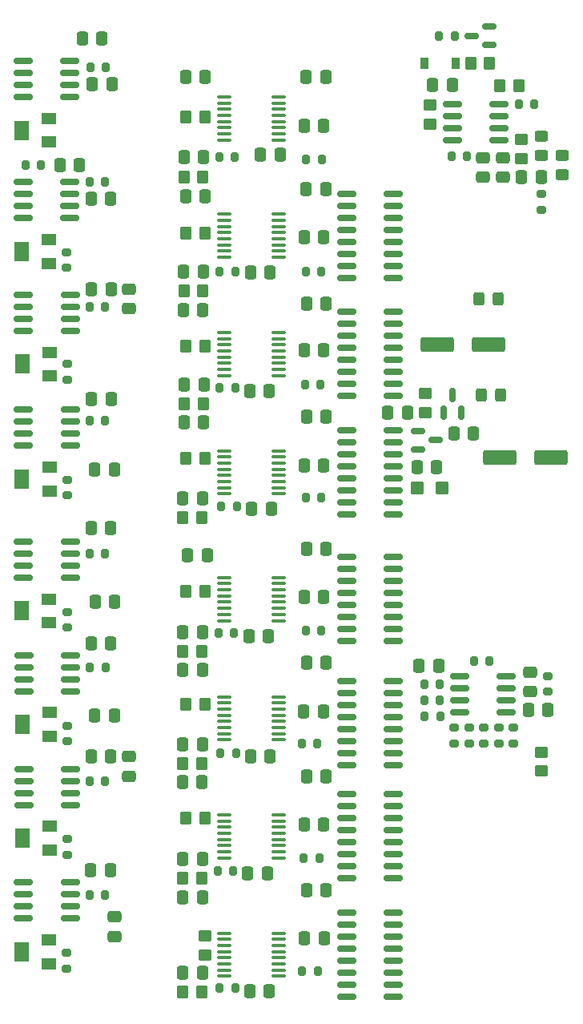
<source format=gbr>
%TF.GenerationSoftware,KiCad,Pcbnew,(6.0.1)*%
%TF.CreationDate,2023-02-18T17:41:42-08:00*%
%TF.ProjectId,pipes,70697065-732e-46b6-9963-61645f706362,rev?*%
%TF.SameCoordinates,Original*%
%TF.FileFunction,Paste,Bot*%
%TF.FilePolarity,Positive*%
%FSLAX46Y46*%
G04 Gerber Fmt 4.6, Leading zero omitted, Abs format (unit mm)*
G04 Created by KiCad (PCBNEW (6.0.1)) date 2023-02-18 17:41:42*
%MOMM*%
%LPD*%
G01*
G04 APERTURE LIST*
G04 Aperture macros list*
%AMRoundRect*
0 Rectangle with rounded corners*
0 $1 Rounding radius*
0 $2 $3 $4 $5 $6 $7 $8 $9 X,Y pos of 4 corners*
0 Add a 4 corners polygon primitive as box body*
4,1,4,$2,$3,$4,$5,$6,$7,$8,$9,$2,$3,0*
0 Add four circle primitives for the rounded corners*
1,1,$1+$1,$2,$3*
1,1,$1+$1,$4,$5*
1,1,$1+$1,$6,$7*
1,1,$1+$1,$8,$9*
0 Add four rect primitives between the rounded corners*
20,1,$1+$1,$2,$3,$4,$5,0*
20,1,$1+$1,$4,$5,$6,$7,0*
20,1,$1+$1,$6,$7,$8,$9,0*
20,1,$1+$1,$8,$9,$2,$3,0*%
G04 Aperture macros list end*
%ADD10R,1.600000X1.300000*%
%ADD11R,1.600000X2.000000*%
%ADD12RoundRect,0.200000X-0.275000X0.200000X-0.275000X-0.200000X0.275000X-0.200000X0.275000X0.200000X0*%
%ADD13RoundRect,0.200000X0.200000X0.275000X-0.200000X0.275000X-0.200000X-0.275000X0.200000X-0.275000X0*%
%ADD14RoundRect,0.100000X0.637500X0.100000X-0.637500X0.100000X-0.637500X-0.100000X0.637500X-0.100000X0*%
%ADD15R,0.900000X1.200000*%
%ADD16RoundRect,0.150000X-0.587500X-0.150000X0.587500X-0.150000X0.587500X0.150000X-0.587500X0.150000X0*%
%ADD17RoundRect,0.250000X0.350000X0.450000X-0.350000X0.450000X-0.350000X-0.450000X0.350000X-0.450000X0*%
%ADD18RoundRect,0.150000X0.587500X0.150000X-0.587500X0.150000X-0.587500X-0.150000X0.587500X-0.150000X0*%
%ADD19RoundRect,0.250000X0.337500X0.475000X-0.337500X0.475000X-0.337500X-0.475000X0.337500X-0.475000X0*%
%ADD20RoundRect,0.250000X-0.337500X-0.475000X0.337500X-0.475000X0.337500X0.475000X-0.337500X0.475000X0*%
%ADD21RoundRect,0.200000X-0.200000X-0.275000X0.200000X-0.275000X0.200000X0.275000X-0.200000X0.275000X0*%
%ADD22RoundRect,0.250000X-0.450000X-0.425000X0.450000X-0.425000X0.450000X0.425000X-0.450000X0.425000X0*%
%ADD23RoundRect,0.250000X-0.450000X0.350000X-0.450000X-0.350000X0.450000X-0.350000X0.450000X0.350000X0*%
%ADD24RoundRect,0.150000X0.825000X0.150000X-0.825000X0.150000X-0.825000X-0.150000X0.825000X-0.150000X0*%
%ADD25RoundRect,0.250000X-1.500000X-0.550000X1.500000X-0.550000X1.500000X0.550000X-1.500000X0.550000X0*%
%ADD26RoundRect,0.150000X0.150000X-0.587500X0.150000X0.587500X-0.150000X0.587500X-0.150000X-0.587500X0*%
%ADD27RoundRect,0.250000X-0.475000X0.337500X-0.475000X-0.337500X0.475000X-0.337500X0.475000X0.337500X0*%
%ADD28RoundRect,0.250000X0.450000X-0.350000X0.450000X0.350000X-0.450000X0.350000X-0.450000X-0.350000X0*%
%ADD29RoundRect,0.250000X0.475000X-0.337500X0.475000X0.337500X-0.475000X0.337500X-0.475000X-0.337500X0*%
%ADD30RoundRect,0.200000X0.275000X-0.200000X0.275000X0.200000X-0.275000X0.200000X-0.275000X-0.200000X0*%
%ADD31RoundRect,0.250000X-0.450000X0.325000X-0.450000X-0.325000X0.450000X-0.325000X0.450000X0.325000X0*%
%ADD32RoundRect,0.250000X0.325000X0.450000X-0.325000X0.450000X-0.325000X-0.450000X0.325000X-0.450000X0*%
%ADD33RoundRect,0.250000X-0.350000X-0.450000X0.350000X-0.450000X0.350000X0.450000X-0.350000X0.450000X0*%
%ADD34RoundRect,0.250000X-0.325000X-0.450000X0.325000X-0.450000X0.325000X0.450000X-0.325000X0.450000X0*%
G04 APERTURE END LIST*
D10*
%TO.C,RV9*%
X44170000Y-103390000D03*
D11*
X41270000Y-104640000D03*
D10*
X44170000Y-105890000D03*
%TD*%
%TO.C,RV8*%
X44160000Y-139420000D03*
D11*
X41260000Y-140670000D03*
D10*
X44160000Y-141920000D03*
%TD*%
%TO.C,RV7*%
X44150000Y-65430000D03*
D11*
X41250000Y-66680000D03*
D10*
X44150000Y-67930000D03*
%TD*%
%TO.C,RV6*%
X44180000Y-89460000D03*
D11*
X41280000Y-90710000D03*
D10*
X44180000Y-91960000D03*
%TD*%
%TO.C,RV5*%
X44210000Y-127420000D03*
D11*
X41310000Y-128670000D03*
D10*
X44210000Y-129920000D03*
%TD*%
%TO.C,RV4*%
X44140000Y-52610000D03*
D11*
X41240000Y-53860000D03*
D10*
X44140000Y-55110000D03*
%TD*%
%TO.C,RV3*%
X44210000Y-77320000D03*
D11*
X41310000Y-78570000D03*
D10*
X44210000Y-79820000D03*
%TD*%
%TO.C,RV2*%
X44220000Y-115400000D03*
D11*
X41320000Y-116650000D03*
D10*
X44220000Y-117900000D03*
%TD*%
D12*
%TO.C,R67*%
X46050000Y-104775000D03*
X46050000Y-106425000D03*
%TD*%
%TO.C,R66*%
X46000000Y-140775000D03*
X46000000Y-142425000D03*
%TD*%
%TO.C,R61*%
X45974000Y-66739000D03*
X45974000Y-68389000D03*
%TD*%
%TO.C,R60*%
X46050000Y-90775000D03*
X46050000Y-92425000D03*
%TD*%
%TO.C,R59*%
X46050000Y-128775000D03*
X46050000Y-130425000D03*
%TD*%
D13*
%TO.C,R52*%
X43315000Y-57520000D03*
X41665000Y-57520000D03*
%TD*%
D12*
%TO.C,R51*%
X46060000Y-78575000D03*
X46060000Y-80225000D03*
%TD*%
%TO.C,R50*%
X46100000Y-116775000D03*
X46100000Y-118425000D03*
%TD*%
D13*
%TO.C,R39*%
X63725000Y-107000000D03*
X62075000Y-107000000D03*
%TD*%
%TO.C,R38*%
X63825000Y-144500000D03*
X62175000Y-144500000D03*
%TD*%
%TO.C,R31*%
X63625000Y-132100000D03*
X61975000Y-132100000D03*
%TD*%
%TO.C,R30*%
X63835000Y-68770000D03*
X62185000Y-68770000D03*
%TD*%
%TO.C,R29*%
X64025000Y-93600000D03*
X62375000Y-93600000D03*
%TD*%
%TO.C,R22*%
X63795000Y-56710000D03*
X62145000Y-56710000D03*
%TD*%
%TO.C,R21*%
X62175000Y-81100000D03*
X63825000Y-81100000D03*
%TD*%
%TO.C,R20*%
X63925000Y-119700000D03*
X62275000Y-119700000D03*
%TD*%
D14*
%TO.C,U17*%
X68422500Y-101125000D03*
X68422500Y-101775000D03*
X68422500Y-102425000D03*
X68422500Y-103075000D03*
X68422500Y-103725000D03*
X68422500Y-104375000D03*
X68422500Y-105025000D03*
X68422500Y-105675000D03*
X62697500Y-105675000D03*
X62697500Y-105025000D03*
X62697500Y-104375000D03*
X62697500Y-103725000D03*
X62697500Y-103075000D03*
X62697500Y-102425000D03*
X62697500Y-101775000D03*
X62697500Y-101125000D03*
%TD*%
%TO.C,U16*%
X68422500Y-138705000D03*
X68422500Y-139355000D03*
X68422500Y-140005000D03*
X68422500Y-140655000D03*
X68422500Y-141305000D03*
X68422500Y-141955000D03*
X68422500Y-142605000D03*
X68422500Y-143255000D03*
X62697500Y-143255000D03*
X62697500Y-142605000D03*
X62697500Y-141955000D03*
X62697500Y-141305000D03*
X62697500Y-140655000D03*
X62697500Y-140005000D03*
X62697500Y-139355000D03*
X62697500Y-138705000D03*
%TD*%
%TO.C,U12*%
X68422500Y-126205000D03*
X68422500Y-126855000D03*
X68422500Y-127505000D03*
X68422500Y-128155000D03*
X68422500Y-128805000D03*
X68422500Y-129455000D03*
X68422500Y-130105000D03*
X68422500Y-130755000D03*
X62697500Y-130755000D03*
X62697500Y-130105000D03*
X62697500Y-129455000D03*
X62697500Y-128805000D03*
X62697500Y-128155000D03*
X62697500Y-127505000D03*
X62697500Y-126855000D03*
X62697500Y-126205000D03*
%TD*%
%TO.C,U11*%
X68422500Y-62725000D03*
X68422500Y-63375000D03*
X68422500Y-64025000D03*
X68422500Y-64675000D03*
X68422500Y-65325000D03*
X68422500Y-65975000D03*
X68422500Y-66625000D03*
X68422500Y-67275000D03*
X62697500Y-67275000D03*
X62697500Y-66625000D03*
X62697500Y-65975000D03*
X62697500Y-65325000D03*
X62697500Y-64675000D03*
X62697500Y-64025000D03*
X62697500Y-63375000D03*
X62697500Y-62725000D03*
%TD*%
%TO.C,U10*%
X68422500Y-87725000D03*
X68422500Y-88375000D03*
X68422500Y-89025000D03*
X68422500Y-89675000D03*
X68422500Y-90325000D03*
X68422500Y-90975000D03*
X68422500Y-91625000D03*
X68422500Y-92275000D03*
X62697500Y-92275000D03*
X62697500Y-91625000D03*
X62697500Y-90975000D03*
X62697500Y-90325000D03*
X62697500Y-89675000D03*
X62697500Y-89025000D03*
X62697500Y-88375000D03*
X62697500Y-87725000D03*
%TD*%
%TO.C,U6*%
X68422500Y-50345000D03*
X68422500Y-50995000D03*
X68422500Y-51645000D03*
X68422500Y-52295000D03*
X68422500Y-52945000D03*
X68422500Y-53595000D03*
X68422500Y-54245000D03*
X68422500Y-54895000D03*
X62697500Y-54895000D03*
X62697500Y-54245000D03*
X62697500Y-53595000D03*
X62697500Y-52945000D03*
X62697500Y-52295000D03*
X62697500Y-51645000D03*
X62697500Y-50995000D03*
X62697500Y-50345000D03*
%TD*%
%TO.C,U5*%
X68422500Y-75225000D03*
X68422500Y-75875000D03*
X68422500Y-76525000D03*
X68422500Y-77175000D03*
X68422500Y-77825000D03*
X68422500Y-78475000D03*
X68422500Y-79125000D03*
X68422500Y-79775000D03*
X62697500Y-79775000D03*
X62697500Y-79125000D03*
X62697500Y-78475000D03*
X62697500Y-77825000D03*
X62697500Y-77175000D03*
X62697500Y-76525000D03*
X62697500Y-75875000D03*
X62697500Y-75225000D03*
%TD*%
%TO.C,U4*%
X68422500Y-113725000D03*
X68422500Y-114375000D03*
X68422500Y-115025000D03*
X68422500Y-115675000D03*
X68422500Y-116325000D03*
X68422500Y-116975000D03*
X68422500Y-117625000D03*
X68422500Y-118275000D03*
X62697500Y-118275000D03*
X62697500Y-117625000D03*
X62697500Y-116975000D03*
X62697500Y-116325000D03*
X62697500Y-115675000D03*
X62697500Y-115025000D03*
X62697500Y-114375000D03*
X62697500Y-113725000D03*
%TD*%
D15*
%TO.C,D5*%
X87137500Y-46780000D03*
X83837500Y-46780000D03*
%TD*%
D16*
%TO.C,U3*%
X83132500Y-87560000D03*
X83132500Y-85660000D03*
X85007500Y-86610000D03*
%TD*%
D17*
%TO.C,R36*%
X60650000Y-126550000D03*
X58650000Y-126550000D03*
%TD*%
D18*
%TO.C,Q2*%
X90737500Y-42930000D03*
X90737500Y-44830000D03*
X88862500Y-43880000D03*
%TD*%
D19*
%TO.C,C8*%
X85347500Y-110490000D03*
X83272500Y-110490000D03*
%TD*%
D20*
%TO.C,C28*%
X65262500Y-107300000D03*
X67337500Y-107300000D03*
%TD*%
D19*
%TO.C,C9*%
X96917500Y-115120000D03*
X94842500Y-115120000D03*
%TD*%
D21*
%TO.C,R63*%
X48425000Y-134650000D03*
X50075000Y-134650000D03*
%TD*%
D12*
%TO.C,R14*%
X88570000Y-117005000D03*
X88570000Y-118655000D03*
%TD*%
D19*
%TO.C,C40*%
X60387500Y-110900000D03*
X58312500Y-110900000D03*
%TD*%
D21*
%TO.C,R47*%
X48445000Y-72520000D03*
X50095000Y-72520000D03*
%TD*%
D17*
%TO.C,R32*%
X60650000Y-88550000D03*
X58650000Y-88550000D03*
%TD*%
D19*
%TO.C,C57*%
X50697500Y-61060000D03*
X48622500Y-61060000D03*
%TD*%
D20*
%TO.C,C64*%
X48612500Y-108120000D03*
X50687500Y-108120000D03*
%TD*%
D12*
%TO.C,R13*%
X86990000Y-117005000D03*
X86990000Y-118655000D03*
%TD*%
D20*
%TO.C,C52*%
X71150000Y-139250000D03*
X73225000Y-139250000D03*
%TD*%
D19*
%TO.C,C36*%
X73467500Y-84140000D03*
X71392500Y-84140000D03*
%TD*%
D17*
%TO.C,R28*%
X60420000Y-58770000D03*
X58420000Y-58770000D03*
%TD*%
D22*
%TO.C,C12*%
X83050000Y-91620000D03*
X85750000Y-91620000D03*
%TD*%
D20*
%TO.C,C27*%
X65362500Y-144800000D03*
X67437500Y-144800000D03*
%TD*%
%TO.C,C10*%
X83042500Y-89460000D03*
X85117500Y-89460000D03*
%TD*%
%TO.C,C54*%
X47652500Y-44170000D03*
X49727500Y-44170000D03*
%TD*%
D19*
%TO.C,C1*%
X82037500Y-83730000D03*
X79962500Y-83730000D03*
%TD*%
D23*
%TO.C,R7*%
X84480000Y-51200000D03*
X84480000Y-53200000D03*
%TD*%
D21*
%TO.C,R65*%
X48455000Y-98580000D03*
X50105000Y-98580000D03*
%TD*%
D19*
%TO.C,C41*%
X60337500Y-122750000D03*
X58262500Y-122750000D03*
%TD*%
D24*
%TO.C,U19*%
X80585000Y-98955000D03*
X80585000Y-100225000D03*
X80585000Y-101495000D03*
X80585000Y-102765000D03*
X80585000Y-104035000D03*
X80585000Y-105305000D03*
X80585000Y-106575000D03*
X80585000Y-107845000D03*
X75635000Y-107845000D03*
X75635000Y-106575000D03*
X75635000Y-105305000D03*
X75635000Y-104035000D03*
X75635000Y-102765000D03*
X75635000Y-101495000D03*
X75635000Y-100225000D03*
X75635000Y-98955000D03*
%TD*%
D19*
%TO.C,C23*%
X60387500Y-92800000D03*
X58312500Y-92800000D03*
%TD*%
D25*
%TO.C,C3*%
X91820000Y-88430000D03*
X97220000Y-88430000D03*
%TD*%
D17*
%TO.C,R43*%
X60300000Y-108900000D03*
X58300000Y-108900000D03*
%TD*%
D19*
%TO.C,C42*%
X73447500Y-110140000D03*
X71372500Y-110140000D03*
%TD*%
D20*
%TO.C,C56*%
X45292500Y-57530000D03*
X47367500Y-57530000D03*
%TD*%
D19*
%TO.C,C26*%
X60657500Y-48230000D03*
X58582500Y-48230000D03*
%TD*%
%TO.C,C61*%
X51070000Y-89700000D03*
X48995000Y-89700000D03*
%TD*%
D20*
%TO.C,C15*%
X65362500Y-81400000D03*
X67437500Y-81400000D03*
%TD*%
D21*
%TO.C,R46*%
X71225000Y-80750000D03*
X72875000Y-80750000D03*
%TD*%
D17*
%TO.C,R41*%
X60300000Y-144950000D03*
X58300000Y-144950000D03*
%TD*%
D20*
%TO.C,C20*%
X65562500Y-93900000D03*
X67637500Y-93900000D03*
%TD*%
D26*
%TO.C,Q1*%
X87740000Y-83687500D03*
X85840000Y-83687500D03*
X86790000Y-81812500D03*
%TD*%
D23*
%TO.C,R19*%
X96220000Y-119560000D03*
X96220000Y-121560000D03*
%TD*%
D27*
%TO.C,C59*%
X52600000Y-70635000D03*
X52600000Y-72710000D03*
%TD*%
D19*
%TO.C,C31*%
X60407500Y-72890000D03*
X58332500Y-72890000D03*
%TD*%
%TO.C,C55*%
X50807500Y-48980000D03*
X48732500Y-48980000D03*
%TD*%
D20*
%TO.C,C48*%
X71122500Y-53380000D03*
X73197500Y-53380000D03*
%TD*%
D21*
%TO.C,R53*%
X71075000Y-130750000D03*
X72725000Y-130750000D03*
%TD*%
D28*
%TO.C,R1*%
X83930000Y-83670000D03*
X83930000Y-81670000D03*
%TD*%
D24*
%TO.C,U31*%
X46375000Y-59355000D03*
X46375000Y-60625000D03*
X46375000Y-61895000D03*
X46375000Y-63165000D03*
X41425000Y-63165000D03*
X41425000Y-61895000D03*
X41425000Y-60625000D03*
X41425000Y-59355000D03*
%TD*%
D21*
%TO.C,R45*%
X48475000Y-110600000D03*
X50125000Y-110600000D03*
%TD*%
D12*
%TO.C,R2*%
X96220000Y-60595000D03*
X96220000Y-62245000D03*
%TD*%
D13*
%TO.C,R12*%
X85505000Y-115750000D03*
X83855000Y-115750000D03*
%TD*%
D17*
%TO.C,R26*%
X60450000Y-82750000D03*
X58450000Y-82750000D03*
%TD*%
D20*
%TO.C,C14*%
X65462500Y-120000000D03*
X67537500Y-120000000D03*
%TD*%
D24*
%TO.C,U13*%
X80585000Y-85555000D03*
X80585000Y-86825000D03*
X80585000Y-88095000D03*
X80585000Y-89365000D03*
X80585000Y-90635000D03*
X80585000Y-91905000D03*
X80585000Y-93175000D03*
X80585000Y-94445000D03*
X75635000Y-94445000D03*
X75635000Y-93175000D03*
X75635000Y-91905000D03*
X75635000Y-90635000D03*
X75635000Y-89365000D03*
X75635000Y-88095000D03*
X75635000Y-86825000D03*
X75635000Y-85555000D03*
%TD*%
D21*
%TO.C,R49*%
X48535000Y-47210000D03*
X50185000Y-47210000D03*
%TD*%
D24*
%TO.C,U30*%
X46405000Y-83335000D03*
X46405000Y-84605000D03*
X46405000Y-85875000D03*
X46405000Y-87145000D03*
X41455000Y-87145000D03*
X41455000Y-85875000D03*
X41455000Y-84605000D03*
X41455000Y-83335000D03*
%TD*%
D28*
%TO.C,R3*%
X94110000Y-56840000D03*
X94110000Y-54840000D03*
%TD*%
D19*
%TO.C,C44*%
X60387500Y-134900000D03*
X58312500Y-134900000D03*
%TD*%
D20*
%TO.C,C62*%
X48592500Y-95870000D03*
X50667500Y-95870000D03*
%TD*%
D21*
%TO.C,R62*%
X70925000Y-142750000D03*
X72575000Y-142750000D03*
%TD*%
D23*
%TO.C,R40*%
X60650000Y-139000000D03*
X60650000Y-141000000D03*
%TD*%
D17*
%TO.C,R34*%
X60650000Y-64700000D03*
X58650000Y-64700000D03*
%TD*%
D21*
%TO.C,R44*%
X70875000Y-118700000D03*
X72525000Y-118700000D03*
%TD*%
D17*
%TO.C,R8*%
X90730000Y-46800000D03*
X88730000Y-46800000D03*
%TD*%
D24*
%TO.C,U18*%
X80585000Y-136535000D03*
X80585000Y-137805000D03*
X80585000Y-139075000D03*
X80585000Y-140345000D03*
X80585000Y-141615000D03*
X80585000Y-142885000D03*
X80585000Y-144155000D03*
X80585000Y-145425000D03*
X75635000Y-145425000D03*
X75635000Y-144155000D03*
X75635000Y-142885000D03*
X75635000Y-141615000D03*
X75635000Y-140345000D03*
X75635000Y-139075000D03*
X75635000Y-137805000D03*
X75635000Y-136535000D03*
%TD*%
D17*
%TO.C,R27*%
X60650000Y-52500000D03*
X58650000Y-52500000D03*
%TD*%
D20*
%TO.C,C58*%
X48642500Y-70680000D03*
X50717500Y-70680000D03*
%TD*%
D29*
%TO.C,C7*%
X90060000Y-58827500D03*
X90060000Y-56752500D03*
%TD*%
D19*
%TO.C,C65*%
X51057500Y-115710000D03*
X48982500Y-115710000D03*
%TD*%
D20*
%TO.C,C60*%
X48662500Y-82240000D03*
X50737500Y-82240000D03*
%TD*%
D27*
%TO.C,C11*%
X92110000Y-56742500D03*
X92110000Y-58817500D03*
%TD*%
D19*
%TO.C,C6*%
X86780000Y-49110000D03*
X84705000Y-49110000D03*
%TD*%
D21*
%TO.C,R18*%
X89095000Y-109930000D03*
X90745000Y-109930000D03*
%TD*%
D19*
%TO.C,C25*%
X60387500Y-130900000D03*
X58312500Y-130900000D03*
%TD*%
%TO.C,C63*%
X51087500Y-103710000D03*
X49012500Y-103710000D03*
%TD*%
%TO.C,C29*%
X73407500Y-48190000D03*
X71332500Y-48190000D03*
%TD*%
D21*
%TO.C,R55*%
X71275000Y-92700000D03*
X72925000Y-92700000D03*
%TD*%
D24*
%TO.C,U14*%
X80585000Y-124035000D03*
X80585000Y-125305000D03*
X80585000Y-126575000D03*
X80585000Y-127845000D03*
X80585000Y-129115000D03*
X80585000Y-130385000D03*
X80585000Y-131655000D03*
X80585000Y-132925000D03*
X75635000Y-132925000D03*
X75635000Y-131655000D03*
X75635000Y-130385000D03*
X75635000Y-129115000D03*
X75635000Y-127845000D03*
X75635000Y-126575000D03*
X75635000Y-125305000D03*
X75635000Y-124035000D03*
%TD*%
D20*
%TO.C,C50*%
X71112500Y-89250000D03*
X73187500Y-89250000D03*
%TD*%
%TO.C,C18*%
X58462500Y-80750000D03*
X60537500Y-80750000D03*
%TD*%
%TO.C,C49*%
X71112500Y-127250000D03*
X73187500Y-127250000D03*
%TD*%
D21*
%TO.C,R48*%
X71355000Y-56910000D03*
X73005000Y-56910000D03*
%TD*%
D19*
%TO.C,C38*%
X60387500Y-106900000D03*
X58312500Y-106900000D03*
%TD*%
D24*
%TO.C,U1*%
X91725000Y-51105000D03*
X91725000Y-52375000D03*
X91725000Y-53645000D03*
X91725000Y-54915000D03*
X86775000Y-54915000D03*
X86775000Y-53645000D03*
X86775000Y-52375000D03*
X86775000Y-51105000D03*
%TD*%
D19*
%TO.C,C33*%
X60487500Y-84750000D03*
X58412500Y-84750000D03*
%TD*%
D20*
%TO.C,C66*%
X48592500Y-120050000D03*
X50667500Y-120050000D03*
%TD*%
%TO.C,C19*%
X58412500Y-56720000D03*
X60487500Y-56720000D03*
%TD*%
D21*
%TO.C,R54*%
X48425000Y-122650000D03*
X50075000Y-122650000D03*
%TD*%
D19*
%TO.C,C45*%
X73457500Y-134130000D03*
X71382500Y-134130000D03*
%TD*%
D20*
%TO.C,C21*%
X65442500Y-68860000D03*
X67517500Y-68860000D03*
%TD*%
D21*
%TO.C,R57*%
X71275000Y-68800000D03*
X72925000Y-68800000D03*
%TD*%
D20*
%TO.C,C51*%
X71122500Y-65140000D03*
X73197500Y-65140000D03*
%TD*%
D19*
%TO.C,C34*%
X73467500Y-72160000D03*
X71392500Y-72160000D03*
%TD*%
D20*
%TO.C,C22*%
X65162500Y-132400000D03*
X67237500Y-132400000D03*
%TD*%
D17*
%TO.C,R35*%
X60410000Y-70850000D03*
X58410000Y-70850000D03*
%TD*%
D20*
%TO.C,C24*%
X58392500Y-68790000D03*
X60467500Y-68790000D03*
%TD*%
D17*
%TO.C,R42*%
X60650000Y-102550000D03*
X58650000Y-102550000D03*
%TD*%
D30*
%TO.C,R68*%
X96900000Y-113175000D03*
X96900000Y-111525000D03*
%TD*%
D13*
%TO.C,R11*%
X85495000Y-114100000D03*
X83845000Y-114100000D03*
%TD*%
D17*
%TO.C,R33*%
X60300000Y-94800000D03*
X58300000Y-94800000D03*
%TD*%
D13*
%TO.C,R4*%
X95465000Y-51070000D03*
X93815000Y-51070000D03*
%TD*%
D19*
%TO.C,C30*%
X60657500Y-60810000D03*
X58582500Y-60810000D03*
%TD*%
D24*
%TO.C,U25*%
X46375000Y-46545000D03*
X46375000Y-47815000D03*
X46375000Y-49085000D03*
X46375000Y-50355000D03*
X41425000Y-50355000D03*
X41425000Y-49085000D03*
X41425000Y-47815000D03*
X41425000Y-46545000D03*
%TD*%
D31*
%TO.C,D2*%
X98430000Y-56507500D03*
X98430000Y-58557500D03*
%TD*%
D21*
%TO.C,R9*%
X85385000Y-43880000D03*
X87035000Y-43880000D03*
%TD*%
D24*
%TO.C,U29*%
X46425000Y-121355000D03*
X46425000Y-122625000D03*
X46425000Y-123895000D03*
X46425000Y-125165000D03*
X41475000Y-125165000D03*
X41475000Y-123895000D03*
X41475000Y-122625000D03*
X41475000Y-121355000D03*
%TD*%
D17*
%TO.C,R23*%
X60650000Y-114550000D03*
X58650000Y-114550000D03*
%TD*%
D20*
%TO.C,C2*%
X86942500Y-85920000D03*
X89017500Y-85920000D03*
%TD*%
D19*
%TO.C,C17*%
X60387500Y-118750000D03*
X58312500Y-118750000D03*
%TD*%
D20*
%TO.C,C16*%
X66502500Y-56460000D03*
X68577500Y-56460000D03*
%TD*%
D27*
%TO.C,C67*%
X52600000Y-120042500D03*
X52600000Y-122117500D03*
%TD*%
D19*
%TO.C,C39*%
X73467500Y-98110000D03*
X71392500Y-98110000D03*
%TD*%
D17*
%TO.C,R37*%
X60300000Y-132900000D03*
X58300000Y-132900000D03*
%TD*%
D24*
%TO.C,U8*%
X80585000Y-73055000D03*
X80585000Y-74325000D03*
X80585000Y-75595000D03*
X80585000Y-76865000D03*
X80585000Y-78135000D03*
X80585000Y-79405000D03*
X80585000Y-80675000D03*
X80585000Y-81945000D03*
X75635000Y-81945000D03*
X75635000Y-80675000D03*
X75635000Y-79405000D03*
X75635000Y-78135000D03*
X75635000Y-76865000D03*
X75635000Y-75595000D03*
X75635000Y-74325000D03*
X75635000Y-73055000D03*
%TD*%
D20*
%TO.C,C47*%
X71142500Y-77120000D03*
X73217500Y-77120000D03*
%TD*%
D19*
%TO.C,C5*%
X96187500Y-58800000D03*
X94112500Y-58800000D03*
%TD*%
D17*
%TO.C,R25*%
X60650000Y-76700000D03*
X58650000Y-76700000D03*
%TD*%
D12*
%TO.C,R16*%
X91700000Y-116995000D03*
X91700000Y-118645000D03*
%TD*%
D21*
%TO.C,R58*%
X48435000Y-59320000D03*
X50085000Y-59320000D03*
%TD*%
D13*
%TO.C,R10*%
X85495000Y-112410000D03*
X83845000Y-112410000D03*
%TD*%
D19*
%TO.C,C43*%
X73467500Y-122110000D03*
X71392500Y-122110000D03*
%TD*%
D24*
%TO.C,U24*%
X46417000Y-71247000D03*
X46417000Y-72517000D03*
X46417000Y-73787000D03*
X46417000Y-75057000D03*
X41467000Y-75057000D03*
X41467000Y-73787000D03*
X41467000Y-72517000D03*
X41467000Y-71247000D03*
%TD*%
D29*
%TO.C,C69*%
X51050000Y-139037500D03*
X51050000Y-136962500D03*
%TD*%
D12*
%TO.C,R17*%
X93280000Y-116995000D03*
X93280000Y-118645000D03*
%TD*%
D32*
%TO.C,D3*%
X91642500Y-71650000D03*
X89592500Y-71650000D03*
%TD*%
D19*
%TO.C,C37*%
X60387500Y-142910000D03*
X58312500Y-142910000D03*
%TD*%
D33*
%TO.C,R5*%
X91810000Y-49180000D03*
X93810000Y-49180000D03*
%TD*%
D20*
%TO.C,C46*%
X71062500Y-115250000D03*
X73137500Y-115250000D03*
%TD*%
D19*
%TO.C,C35*%
X60887500Y-98800000D03*
X58812500Y-98800000D03*
%TD*%
D34*
%TO.C,D4*%
X89827500Y-81810000D03*
X91877500Y-81810000D03*
%TD*%
D24*
%TO.C,U7*%
X80585000Y-112055000D03*
X80585000Y-113325000D03*
X80585000Y-114595000D03*
X80585000Y-115865000D03*
X80585000Y-117135000D03*
X80585000Y-118405000D03*
X80585000Y-119675000D03*
X80585000Y-120945000D03*
X75635000Y-120945000D03*
X75635000Y-119675000D03*
X75635000Y-118405000D03*
X75635000Y-117135000D03*
X75635000Y-115865000D03*
X75635000Y-114595000D03*
X75635000Y-113325000D03*
X75635000Y-112055000D03*
%TD*%
%TO.C,U35*%
X46405000Y-97315000D03*
X46405000Y-98585000D03*
X46405000Y-99855000D03*
X46405000Y-101125000D03*
X41455000Y-101125000D03*
X41455000Y-99855000D03*
X41455000Y-98585000D03*
X41455000Y-97315000D03*
%TD*%
D21*
%TO.C,R64*%
X71275000Y-106700000D03*
X72925000Y-106700000D03*
%TD*%
D24*
%TO.C,U34*%
X46385000Y-133345000D03*
X46385000Y-134615000D03*
X46385000Y-135885000D03*
X46385000Y-137155000D03*
X41435000Y-137155000D03*
X41435000Y-135885000D03*
X41435000Y-134615000D03*
X41435000Y-133345000D03*
%TD*%
D20*
%TO.C,C68*%
X48552500Y-132050000D03*
X50627500Y-132050000D03*
%TD*%
D27*
%TO.C,C13*%
X95010000Y-111102500D03*
X95010000Y-113177500D03*
%TD*%
D25*
%TO.C,C4*%
X85200000Y-76510000D03*
X90600000Y-76510000D03*
%TD*%
D24*
%TO.C,U2*%
X92485000Y-111595000D03*
X92485000Y-112865000D03*
X92485000Y-114135000D03*
X92485000Y-115405000D03*
X87535000Y-115405000D03*
X87535000Y-114135000D03*
X87535000Y-112865000D03*
X87535000Y-111595000D03*
%TD*%
D12*
%TO.C,R15*%
X90140000Y-117005000D03*
X90140000Y-118655000D03*
%TD*%
D20*
%TO.C,C53*%
X71112500Y-103150000D03*
X73187500Y-103150000D03*
%TD*%
D17*
%TO.C,R24*%
X60300000Y-120750000D03*
X58300000Y-120750000D03*
%TD*%
D24*
%TO.C,U15*%
X80585000Y-60555000D03*
X80585000Y-61825000D03*
X80585000Y-63095000D03*
X80585000Y-64365000D03*
X80585000Y-65635000D03*
X80585000Y-66905000D03*
X80585000Y-68175000D03*
X80585000Y-69445000D03*
X75635000Y-69445000D03*
X75635000Y-68175000D03*
X75635000Y-66905000D03*
X75635000Y-65635000D03*
X75635000Y-64365000D03*
X75635000Y-63095000D03*
X75635000Y-61825000D03*
X75635000Y-60555000D03*
%TD*%
%TO.C,U23*%
X46445000Y-109315000D03*
X46445000Y-110585000D03*
X46445000Y-111855000D03*
X46445000Y-113125000D03*
X41495000Y-113125000D03*
X41495000Y-111855000D03*
X41495000Y-110585000D03*
X41495000Y-109315000D03*
%TD*%
D21*
%TO.C,R6*%
X86685000Y-56650000D03*
X88335000Y-56650000D03*
%TD*%
D31*
%TO.C,D1*%
X96190000Y-54480000D03*
X96190000Y-56530000D03*
%TD*%
D19*
%TO.C,C32*%
X73407500Y-60060000D03*
X71332500Y-60060000D03*
%TD*%
D21*
%TO.C,R56*%
X48455000Y-84590000D03*
X50105000Y-84590000D03*
%TD*%
M02*

</source>
